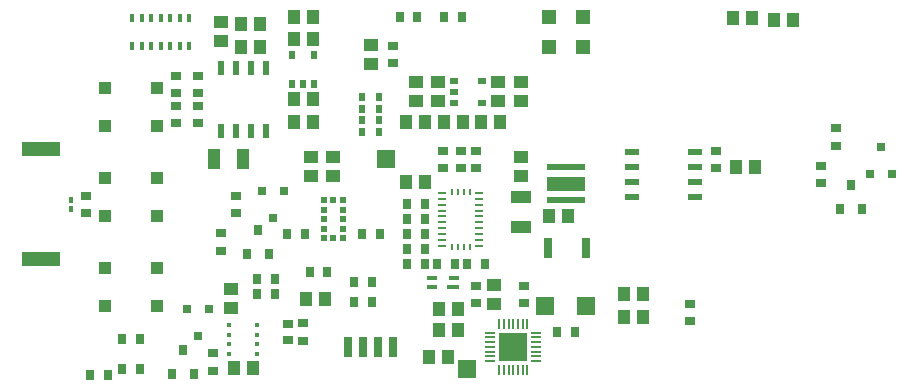
<source format=gtp>
G04*
G04 #@! TF.GenerationSoftware,Altium Limited,CircuitStudio,1.5.1 (13)*
G04*
G04 Layer_Color=7318015*
%FSAX24Y24*%
%MOIN*%
G70*
G01*
G75*
%ADD10R,0.0709X0.0394*%
%ADD11R,0.1299X0.0197*%
%ADD12R,0.1299X0.0512*%
%ADD13R,0.0197X0.0197*%
%ADD14R,0.0394X0.0138*%
%ADD15R,0.0354X0.0138*%
%ADD16R,0.0315X0.0709*%
%ADD17R,0.0299X0.0299*%
%ADD18R,0.0217X0.0315*%
%ADD19R,0.0315X0.0354*%
%ADD20R,0.0512X0.0236*%
%ADD21R,0.0492X0.0480*%
%ADD22R,0.0236X0.0512*%
%ADD23R,0.0591X0.0591*%
%ADD24R,0.0079X0.0335*%
%ADD25R,0.0335X0.0079*%
%ADD26O,0.0335X0.0079*%
%ADD27R,0.0945X0.0945*%
%ADD28R,0.0138X0.0295*%
%ADD29R,0.1260X0.0512*%
%ADD30R,0.0295X0.0709*%
%ADD31R,0.0266X0.0098*%
%ADD32R,0.0098X0.0226*%
%ADD33R,0.0157X0.0157*%
%ADD34R,0.0236X0.0283*%
%ADD35R,0.0394X0.0512*%
%ADD36R,0.0394X0.0394*%
%ADD37R,0.0315X0.0354*%
%ADD38R,0.0118X0.0197*%
%ADD39R,0.0591X0.0591*%
%ADD40R,0.0512X0.0394*%
%ADD41R,0.0354X0.0315*%
%ADD42R,0.0276X0.0354*%
%ADD43R,0.0354X0.0276*%
%ADD44R,0.0315X0.0217*%
%ADD45R,0.0394X0.0709*%
D10*
X027000Y018242D02*
D03*
Y017258D02*
D03*
D11*
X028500Y018130D02*
D03*
Y019232D02*
D03*
D12*
Y018681D02*
D03*
D13*
X020750Y018130D02*
D03*
X020435D02*
D03*
Y017815D02*
D03*
Y017500D02*
D03*
Y017185D02*
D03*
Y016870D02*
D03*
X020750D02*
D03*
X021065D02*
D03*
Y017185D02*
D03*
Y017500D02*
D03*
Y017815D02*
D03*
Y018130D02*
D03*
D14*
X024754Y015262D02*
D03*
D15*
X024774Y015538D02*
D03*
X024026Y015262D02*
D03*
Y015538D02*
D03*
D16*
X021250Y013250D02*
D03*
X021750D02*
D03*
X022250D02*
D03*
X022750D02*
D03*
D17*
X018750Y017548D02*
D03*
X019124Y018450D02*
D03*
X018376D02*
D03*
X039000Y019902D02*
D03*
X038626Y019000D02*
D03*
X039374D02*
D03*
X016250Y013598D02*
D03*
X016624Y014500D02*
D03*
X015876Y014500D02*
D03*
D18*
X019750Y022028D02*
D03*
X019376D02*
D03*
X020124D02*
D03*
Y022972D02*
D03*
X019376D02*
D03*
D19*
X018250Y017144D02*
D03*
X018624Y016356D02*
D03*
X017876D02*
D03*
X038000Y018644D02*
D03*
X038374Y017856D02*
D03*
X037626D02*
D03*
X015750Y013144D02*
D03*
X016124Y012356D02*
D03*
X015376D02*
D03*
D20*
X032793Y018250D02*
D03*
Y018750D02*
D03*
Y019250D02*
D03*
Y019750D02*
D03*
X030707Y018250D02*
D03*
Y018750D02*
D03*
Y019250D02*
D03*
Y019750D02*
D03*
D21*
X027929Y024250D02*
D03*
X029071D02*
D03*
X027929Y023250D02*
D03*
X029071D02*
D03*
D22*
X018500Y022543D02*
D03*
X018000D02*
D03*
X017500D02*
D03*
X017000D02*
D03*
X018500Y020457D02*
D03*
X018000Y020457D02*
D03*
X017500D02*
D03*
X017000Y020457D02*
D03*
D23*
X029189Y014600D02*
D03*
X027811D02*
D03*
D24*
X026278Y014018D02*
D03*
X026435D02*
D03*
X026593D02*
D03*
X026750D02*
D03*
X026907D02*
D03*
X027065D02*
D03*
X027222D02*
D03*
Y012482D02*
D03*
X027065D02*
D03*
X026907D02*
D03*
X026750D02*
D03*
X026593D02*
D03*
X026435D02*
D03*
X026278D02*
D03*
D25*
X027518Y013722D02*
D03*
Y013565D02*
D03*
Y013407D02*
D03*
Y013250D02*
D03*
Y013093D02*
D03*
Y012935D02*
D03*
Y012778D02*
D03*
X025982D02*
D03*
Y012935D02*
D03*
Y013093D02*
D03*
Y013250D02*
D03*
Y013407D02*
D03*
Y013565D02*
D03*
D26*
Y013722D02*
D03*
D27*
X026750Y013250D02*
D03*
D28*
X015945Y024222D02*
D03*
X015630D02*
D03*
X015315D02*
D03*
X015000D02*
D03*
X014685D02*
D03*
X014370D02*
D03*
X014055D02*
D03*
X015945Y023278D02*
D03*
X015630D02*
D03*
X015315D02*
D03*
X015000D02*
D03*
X014685D02*
D03*
X014370D02*
D03*
X014055D02*
D03*
D29*
X011000Y019831D02*
D03*
Y016169D02*
D03*
D30*
X029190Y016550D02*
D03*
X027910D02*
D03*
D31*
X024386Y016614D02*
D03*
Y016811D02*
D03*
Y017008D02*
D03*
Y017205D02*
D03*
Y017402D02*
D03*
Y017598D02*
D03*
Y017795D02*
D03*
Y017992D02*
D03*
Y018189D02*
D03*
Y018386D02*
D03*
X025614Y016614D02*
D03*
Y016811D02*
D03*
Y017008D02*
D03*
Y017205D02*
D03*
Y017402D02*
D03*
Y017598D02*
D03*
Y017795D02*
D03*
Y017992D02*
D03*
Y018189D02*
D03*
Y018386D02*
D03*
D32*
X025295Y018409D02*
D03*
X025098D02*
D03*
X024902D02*
D03*
X024705D02*
D03*
Y016591D02*
D03*
X024902D02*
D03*
X025098D02*
D03*
X025295D02*
D03*
D33*
X017278Y013972D02*
D03*
Y013657D02*
D03*
Y013343D02*
D03*
Y013028D02*
D03*
X018222D02*
D03*
Y013343D02*
D03*
Y013657D02*
D03*
Y013972D02*
D03*
D34*
X021724Y021573D02*
D03*
Y021191D02*
D03*
Y020809D02*
D03*
Y020427D02*
D03*
X022276Y021573D02*
D03*
Y021191D02*
D03*
Y020809D02*
D03*
Y020427D02*
D03*
D35*
X023185Y020750D02*
D03*
X023815D02*
D03*
X017685Y023250D02*
D03*
X018315D02*
D03*
X019435Y020750D02*
D03*
X020065D02*
D03*
X019435Y021500D02*
D03*
X020065D02*
D03*
X019435Y023500D02*
D03*
X020065D02*
D03*
X019435Y024250D02*
D03*
X020065D02*
D03*
X030435Y014250D02*
D03*
X031065D02*
D03*
X030435Y015000D02*
D03*
X031065D02*
D03*
X024565Y012900D02*
D03*
X023935D02*
D03*
X034815Y019250D02*
D03*
X034185D02*
D03*
X018315Y024000D02*
D03*
X017685D02*
D03*
X020465Y014850D02*
D03*
X019835D02*
D03*
X028565Y017600D02*
D03*
X027935D02*
D03*
X024435Y020750D02*
D03*
X025065D02*
D03*
X026315D02*
D03*
X025685D02*
D03*
X023185Y018750D02*
D03*
X023815D02*
D03*
X018065Y012550D02*
D03*
X017435D02*
D03*
X024915Y013800D02*
D03*
X024285D02*
D03*
X024915Y014500D02*
D03*
X024285D02*
D03*
X036065Y024150D02*
D03*
X035435D02*
D03*
X034715Y024200D02*
D03*
X034085D02*
D03*
D36*
X013134Y014620D02*
D03*
Y015880D02*
D03*
X014866D02*
D03*
Y014620D02*
D03*
X013134Y020620D02*
D03*
Y021880D02*
D03*
X014866D02*
D03*
Y020620D02*
D03*
X013134Y017620D02*
D03*
Y018880D02*
D03*
X014866D02*
D03*
Y017620D02*
D03*
D37*
X019974Y015750D02*
D03*
X020526D02*
D03*
X022974Y024250D02*
D03*
X023526D02*
D03*
D38*
X012000Y017862D02*
D03*
Y018138D02*
D03*
D39*
X025200Y012500D02*
D03*
X022500Y019500D02*
D03*
D40*
X023500Y022065D02*
D03*
Y021435D02*
D03*
X024250Y022065D02*
D03*
X024250Y021435D02*
D03*
X026250Y022065D02*
D03*
Y021435D02*
D03*
X027000Y022065D02*
D03*
Y021435D02*
D03*
X026100Y014685D02*
D03*
Y015315D02*
D03*
X017000Y023435D02*
D03*
Y024065D02*
D03*
X027000Y019565D02*
D03*
Y018935D02*
D03*
X017350Y014535D02*
D03*
Y015165D02*
D03*
X020000Y018935D02*
D03*
Y019565D02*
D03*
X020750Y018935D02*
D03*
Y019565D02*
D03*
X022000Y022685D02*
D03*
Y023315D02*
D03*
D41*
X019250Y014026D02*
D03*
Y013474D02*
D03*
D42*
X025045Y024250D02*
D03*
X024455D02*
D03*
X018205Y015500D02*
D03*
X018795D02*
D03*
X012655Y012300D02*
D03*
X013245D02*
D03*
X021455Y015400D02*
D03*
X022045D02*
D03*
X028795Y013750D02*
D03*
X028205D02*
D03*
X023205Y017000D02*
D03*
X023795D02*
D03*
X023205Y017500D02*
D03*
X023795D02*
D03*
X023205Y016000D02*
D03*
X023795D02*
D03*
X023205Y016500D02*
D03*
X023795D02*
D03*
X024205Y016000D02*
D03*
X024795D02*
D03*
X023795Y018000D02*
D03*
X023205D02*
D03*
X025205Y016000D02*
D03*
X025795D02*
D03*
X019205Y017000D02*
D03*
X019795D02*
D03*
X022295Y017000D02*
D03*
X021705D02*
D03*
X014295Y013500D02*
D03*
X013705D02*
D03*
X013705Y012500D02*
D03*
X014295D02*
D03*
X021455Y014750D02*
D03*
X022045D02*
D03*
X018205Y015000D02*
D03*
X018795D02*
D03*
D43*
X016250Y021705D02*
D03*
Y022295D02*
D03*
X016250Y021295D02*
D03*
Y020705D02*
D03*
X019750Y014045D02*
D03*
Y013455D02*
D03*
X015500Y021295D02*
D03*
Y020705D02*
D03*
X033500Y019205D02*
D03*
Y019795D02*
D03*
X027100Y014705D02*
D03*
Y015295D02*
D03*
X025500Y019795D02*
D03*
Y019205D02*
D03*
X015500Y021705D02*
D03*
Y022295D02*
D03*
X025000Y019205D02*
D03*
Y019795D02*
D03*
X024400Y019205D02*
D03*
Y019795D02*
D03*
X016750Y013045D02*
D03*
Y012455D02*
D03*
X037500Y020545D02*
D03*
Y019955D02*
D03*
X037000Y018705D02*
D03*
Y019295D02*
D03*
X012500Y018295D02*
D03*
Y017705D02*
D03*
X017500Y018295D02*
D03*
Y017705D02*
D03*
X022750Y023295D02*
D03*
Y022705D02*
D03*
X017000Y016455D02*
D03*
Y017045D02*
D03*
X025500Y014705D02*
D03*
Y015295D02*
D03*
X032650Y014105D02*
D03*
Y014695D02*
D03*
D44*
X024778Y021750D02*
D03*
Y022124D02*
D03*
Y021376D02*
D03*
X025722D02*
D03*
Y022124D02*
D03*
D45*
X016758Y019500D02*
D03*
X017742D02*
D03*
M02*

</source>
